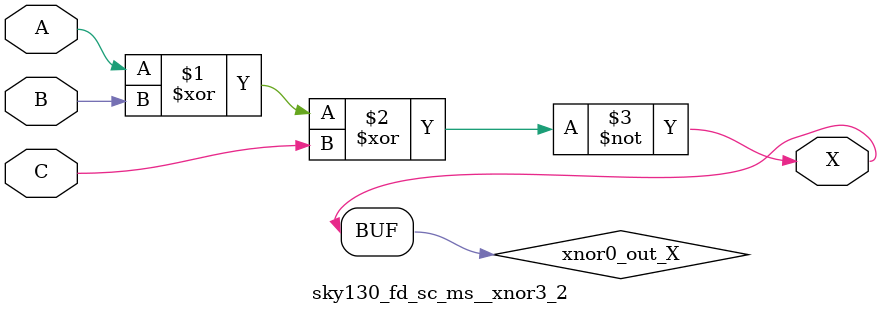
<source format=v>
/*
 * Copyright 2020 The SkyWater PDK Authors
 *
 * Licensed under the Apache License, Version 2.0 (the "License");
 * you may not use this file except in compliance with the License.
 * You may obtain a copy of the License at
 *
 *     https://www.apache.org/licenses/LICENSE-2.0
 *
 * Unless required by applicable law or agreed to in writing, software
 * distributed under the License is distributed on an "AS IS" BASIS,
 * WITHOUT WARRANTIES OR CONDITIONS OF ANY KIND, either express or implied.
 * See the License for the specific language governing permissions and
 * limitations under the License.
 *
 * SPDX-License-Identifier: Apache-2.0
*/


`ifndef SKY130_FD_SC_MS__XNOR3_2_FUNCTIONAL_V
`define SKY130_FD_SC_MS__XNOR3_2_FUNCTIONAL_V

/**
 * xnor3: 3-input exclusive NOR.
 *
 * Verilog simulation functional model.
 */

`timescale 1ns / 1ps
`default_nettype none

`celldefine
module sky130_fd_sc_ms__xnor3_2 (
    X,
    A,
    B,
    C
);

    // Module ports
    output X;
    input  A;
    input  B;
    input  C;

    // Local signals
    wire xnor0_out_X;

    //   Name   Output       Other arguments
    xnor xnor0 (xnor0_out_X, A, B, C        );
    buf  buf0  (X          , xnor0_out_X    );

endmodule
`endcelldefine

`default_nettype wire
`endif  // SKY130_FD_SC_MS__XNOR3_2_FUNCTIONAL_V

</source>
